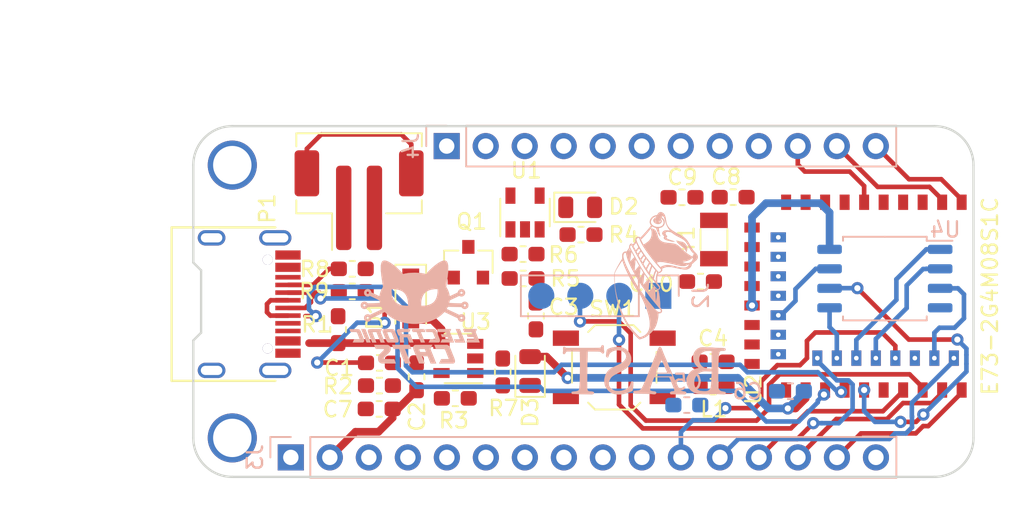
<source format=kicad_pcb>
(kicad_pcb (version 20171130) (host pcbnew "(5.1.4-0-10_14)")
  (layers (0 F.Cu signal) (31 B.Cu signal) (34 B.Paste user) (35 F.Paste user) (36 B.SilkS user hide) (37 F.SilkS user) (38 B.Mask user) (39 F.Mask user) (44 Edge.Cuts user))
  (net 0 "")
  (net 1 +BATT)
  (net 2 GND)
  (net 3 VBUS)
  (net 4 /TX)
  (net 5 /RX)
  (net 6 /MISO)
  (net 7 /MOSI)
  (net 8 /SCK)
  (net 9 /A5)
  (net 10 /A4)
  (net 11 /A3)
  (net 12 /A2)
  (net 13 /A1)
  (net 14 /A0)
  (net 15 +3V3)
  (net 16 /SDA)
  (net 17 /SCL)
  (net 18 /EN)
  (net 19 "Net-(C1-Pad1)")
  (net 20 /AREF)
  (net 21 "Net-(D2-Pad2)")
  (net 22 "Net-(D3-Pad1)")
  (net 23 "Net-(R3-Pad1)")
  (net 24 /LED)
  (net 25 /VBAT)
  (net 26 "Net-(R7-Pad2)")
  (net 27 "Net-(P1-PadA5)")
  (net 28 "Net-(P1-PadB5)")
  (net 29 "Net-(U1-Pad4)")
  (net 30 /QSPI_DATA3)
  (net 31 /QSPI_SCK)
  (net 32 /QSPI_DATA0)
  (net 33 /QSPI_DATA2)
  (net 34 /QSPI_DATA1)
  (net 35 /QSPI_CS)
  (net 36 /D5)
  (net 37 /D+)
  (net 38 /D6)
  (net 39 /D10)
  (net 40 /SWCLK)
  (net 41 /SWDIO)
  (net 42 /D-)
  (net 43 /RST)
  (net 44 /D13)
  (net 45 "Net-(L1-Pad2)")
  (net 46 /D11)
  (net 47 /D9)
  (net 48 /D12)
  (net 49 "Net-(C9-Pad1)")
  (net 50 "Net-(C10-Pad1)")
  (module Connectors_ElectronicCats:C393939 (layer F.Cu) (at 132.34 92.88 270)
    (fp_text reference P1 (at -6.23 0.52 90) (layer F.SilkS))
    (fp_text value USB_C_Plug_USB2.0)
    (pad B5 smd rect (at 1.75 -0.825 270) (size 0.3 1.65) (layers F.Cu F.Paste F.Mask) (net 28 "Net-(P1-PadB5)"))
    (pad B8 smd rect (at 1.25 -0.825 270) (size 0.3 1.65) (layers F.Cu F.Paste F.Mask))
    (pad A6 smd rect (at 0.75 -0.825 270) (size 0.3 1.65) (layers F.Cu F.Paste F.Mask) (net 37 /D+))
    (pad A7 smd rect (at 0.25 -0.825 270) (size 0.3 1.65) (layers F.Cu F.Paste F.Mask) (net 42 /D-))
    (pad A6 smd rect (at -0.25 -0.825 270) (size 0.3 1.65) (layers F.Cu F.Paste F.Mask) (net 37 /D+))
    (pad A7 smd rect (at -0.75 -0.825 270) (size 0.3 1.65) (layers F.Cu F.Paste F.Mask) (net 42 /D-))
    (pad A5 smd rect (at -1.25 -0.825 270) (size 0.3 1.65) (layers F.Cu F.Paste F.Mask) (net 27 "Net-(P1-PadA5)"))
    (pad A8 smd rect (at -1.75 -0.825 270) (size 0.3 1.65) (layers F.Cu F.Paste F.Mask))
    (pad A4 smd rect (at 2.4 -0.825 270) (size 0.6 1.65) (layers F.Cu F.Paste F.Mask) (net 3 VBUS))
    (pad A4 smd rect (at -2.4 -0.825 270) (size 0.6 1.65) (layers F.Cu F.Paste F.Mask) (net 3 VBUS))
    (pad A1 smd rect (at 3.2 -0.825 270) (size 0.6 1.65) (layers F.Cu F.Paste F.Mask) (net 2 GND))
    (pad A1 smd rect (at -3.2 -0.825 270) (size 0.6 1.65) (layers F.Cu F.Paste F.Mask) (net 2 GND))
    (pad "" thru_hole circle (at 2.89 0.5 270) (size 0.65 0.65) (drill 0.65) (layers *.Cu *.Mask))
    (pad "" thru_hole circle (at -2.89 0.5 270) (size 0.65 0.65) (drill 0.65) (layers *.Cu *.Mask))
    (pad S1 thru_hole oval (at 4.32 4.15 270) (size 1 1.8) (drill oval 0.6 1.4) (layers *.Cu *.Mask) (net 2 GND))
    (pad S1 thru_hole oval (at -4.32 4.15 270) (size 1 1.8) (drill oval 0.6 1.4) (layers *.Cu *.Mask) (net 2 GND))
    (pad S1 thru_hole oval (at 4.32 0 270) (size 1 2.1) (drill oval 0.6 1.7) (layers *.Cu *.Mask) (net 2 GND))
    (pad S1 thru_hole oval (at -4.32 0 270) (size 1 2.1) (drill oval 0.6 1.7) (layers *.Cu *.Mask) (net 2 GND))
  )
  (module Aesthetics:bast_8x8 (layer B.Cu) (at 156.36 92.73 180)
    (fp_text reference G*** hide)
    (fp_text value LOGO hide)
  )
  (module Aesthetics:electronic_cats_logo_8x6 (layer B.Cu) (at 141.41 93.4 180)
    (fp_text reference G*** hide)
    (fp_text value LOGO hide)
  )
  (module Rf:E73-2G4M08S1C-52840 (layer F.Cu) (at 163 92.36)
    (fp_text reference U2 (at 0.47 6.08 270) (layer F.SilkS))
    (fp_text value E73-2G4M08S1C)
    (fp_text user E73-2G4M08S1C (at 15.875 0 90) (layer F.SilkS))
    (pad 28 thru_hole rect (at 4.632 4.041) (size 0.65 1) (drill 0.3) (layers *.Cu *.Mask) (net 6 /MISO))
    (pad 10 smd rect (at 2.6 -6.119) (size 0.65 1) (layers F.Cu F.Paste F.Mask) (net 11 /A3))
    (pad 9 smd rect (at 3.87 -6.119) (size 0.65 1) (layers F.Cu F.Paste F.Mask) (net 20 /AREF))
    (pad 8 smd rect (at 5.14 -6.119) (size 0.65 1) (layers F.Cu F.Paste F.Mask) (net 9 /A5))
    (pad 7 smd rect (at 6.41 -6.119) (size 0.65 1) (layers F.Cu F.Paste F.Mask) (net 14 /A0))
    (pad 6 smd rect (at 7.68 -6.119) (size 0.65 1) (layers F.Cu F.Paste F.Mask) (net 36 /D5))
    (pad 5 smd rect (at 8.95 -6.119) (size 0.65 1) (layers F.Cu F.Paste F.Mask) (net 2 GND))
    (pad 4 smd rect (at 10.22 -6.119) (size 0.65 1) (layers F.Cu F.Paste F.Mask) (net 10 /A4))
    (pad 3 smd rect (at 11.49 -6.119) (size 0.65 1) (layers F.Cu F.Paste F.Mask) (net 13 /A1))
    (pad 2 smd rect (at 12.76 -6.119) (size 0.65 1) (layers F.Cu F.Paste F.Mask) (net 17 /SCL))
    (pad 1 smd rect (at 14.03 -6.119) (size 0.65 1) (layers F.Cu F.Paste F.Mask) (net 16 /SDA))
    (pad 31 smd rect (at 6.41 6.119) (size 0.65 1) (layers F.Cu F.Paste F.Mask) (net 37 /D+))
    (pad 43 smd rect (at 14.03 6.119) (size 0.65 1) (layers F.Cu F.Paste F.Mask) (net 4 /TX))
    (pad 33 smd rect (at 7.68 6.119) (size 0.65 1) (layers F.Cu F.Paste F.Mask) (net 31 /QSPI_SCK))
    (pad 41 smd rect (at 12.76 6.119) (size 0.65 1) (layers F.Cu F.Paste F.Mask) (net 5 /RX))
    (pad 39 smd rect (at 11.49 6.119) (size 0.65 1) (layers F.Cu F.Paste F.Mask) (net 40 /SWCLK))
    (pad 37 smd rect (at 10.22 6.119) (size 0.65 1) (layers F.Cu F.Paste F.Mask) (net 41 /SWDIO))
    (pad 29 smd rect (at 5.14 6.119) (size 0.65 1) (layers F.Cu F.Paste F.Mask) (net 42 /D-))
    (pad 35 smd rect (at 8.95 6.119) (size 0.65 1) (layers F.Cu F.Paste F.Mask) (net 24 /LED))
    (pad 27 smd rect (at 3.87 6.119) (size 0.65 1) (layers F.Cu F.Paste F.Mask) (net 3 VBUS))
    (pad 26 smd rect (at 2.6 6.119) (size 0.65 1) (layers F.Cu F.Paste F.Mask) (net 43 /RST))
    (pad 23 smd rect (at 0.381 3.15 90) (size 0.65 1) (layers F.Cu F.Paste F.Mask) (net 15 +3V3))
    (pad 11 smd rect (at 0.381 -4.47 90) (size 0.65 1) (layers F.Cu F.Paste F.Mask) (net 49 "Net-(C9-Pad1)"))
    (pad 21 smd rect (at 0.381 1.88 90) (size 0.65 1) (layers F.Cu F.Paste F.Mask) (net 2 GND))
    (pad 13 smd rect (at 0.381 -3.2 90) (size 0.65 1) (layers F.Cu F.Paste F.Mask) (net 50 "Net-(C10-Pad1)"))
    (pad 15 smd rect (at 0.381 -1.93 90) (size 0.65 1) (layers F.Cu F.Paste F.Mask) (net 12 /A2))
    (pad 17 smd rect (at 0.381 -0.66 90) (size 0.65 1) (layers F.Cu F.Paste F.Mask) (net 46 /D11))
    (pad 25 smd rect (at 0.381 4.42 90) (size 0.65 1) (layers F.Cu F.Paste F.Mask) (net 45 "Net-(L1-Pad2)"))
    (pad 19 smd rect (at 0.381 0.61 90) (size 0.65 1) (layers F.Cu F.Paste F.Mask) (net 15 +3V3))
    (pad 30 thru_hole rect (at 5.902 4.041) (size 0.65 1) (drill 0.3) (layers *.Cu *.Mask) (net 32 /QSPI_DATA0))
    (pad 32 thru_hole rect (at 7.172 4.041) (size 0.65 1) (drill 0.3) (layers *.Cu *.Mask) (net 35 /QSPI_CS))
    (pad 34 thru_hole rect (at 8.442 4.041) (size 0.65 1) (drill 0.3) (layers *.Cu *.Mask) (net 34 /QSPI_DATA1))
    (pad 36 thru_hole rect (at 9.712 4.041) (size 0.65 1) (drill 0.3) (layers *.Cu *.Mask) (net 8 /SCK))
    (pad 38 thru_hole rect (at 10.982 4.041) (size 0.65 1) (drill 0.3) (layers *.Cu *.Mask) (net 39 /D10))
    (pad 40 thru_hole rect (at 12.252 4.041) (size 0.65 1) (drill 0.3) (layers *.Cu *.Mask) (net 33 /QSPI_DATA2))
    (pad 42 thru_hole rect (at 13.522 4.041) (size 0.65 1) (drill 0.3) (layers *.Cu *.Mask) (net 7 /MOSI))
    (pad 14 thru_hole rect (at 2.092 -2.563 90) (size 0.65 1) (drill 0.3) (layers *.Cu *.Mask) (net 38 /D6))
    (pad 12 thru_hole rect (at 2.092 -3.833 90) (size 0.65 1) (drill 0.3) (layers *.Cu *.Mask) (net 25 /VBAT))
    (pad 20 thru_hole rect (at 2.092 1.247 90) (size 0.65 1) (drill 0.3) (layers *.Cu *.Mask) (net 30 /QSPI_DATA3))
    (pad 16 thru_hole rect (at 2.092 -1.293 90) (size 0.65 1) (drill 0.3) (layers *.Cu *.Mask) (net 48 /D12))
    (pad 22 thru_hole rect (at 2.092 2.517 90) (size 0.65 1) (drill 0.3) (layers *.Cu *.Mask) (net 44 /D13))
    (pad 24 thru_hole rect (at 2.092 3.787 90) (size 0.65 1) (drill 0.3) (layers *.Cu *.Mask) (net 2 GND))
    (pad 18 thru_hole rect (at 2.092 -0.023 90) (size 0.65 1) (drill 0.3) (layers *.Cu *.Mask) (net 47 /D9))
  )
  (module Connector_JST:JST_PH_B2B-PH-SM4-TB_1x02-1MP_P2.00mm_Vertical (layer F.Cu) (at 137.795 86.106)
    (fp_text reference J1 hide)
    (fp_text value Conn_Battery hide)
    (pad MP smd roundrect (at 3.4 -1.75) (size 1.6 3) (layers F.Cu F.Paste F.Mask) (roundrect_rratio 0.15625))
    (pad MP smd roundrect (at -3.4 -1.75) (size 1.6 3) (layers F.Cu F.Paste F.Mask) (roundrect_rratio 0.15625))
    (pad 2 smd roundrect (at 1 0.5) (size 1 5.5) (layers F.Cu F.Paste F.Mask) (net 1 +BATT))
    (pad 1 smd roundrect (at -1 0.5) (size 1 5.5) (layers F.Cu F.Paste F.Mask) (net 2 GND))
  )
  (module MountingHole:MountingHole_2.5mm_Pad (layer F.Cu) (at 129.54 83.82)
    (fp_text reference REF** hide)
    (fp_text value MountingHole_2.5mm_Pad hide)
    (pad "" thru_hole circle (at 0 0) (size 3.2 3.2) (drill 2.5) (layers *.Cu *.Mask))
  )
  (module MountingHole:MountingHole_2.5mm_Pad (layer F.Cu) (at 129.54 101.6)
    (fp_text reference REF** hide)
    (fp_text value MountingHole_2.5mm_Pad hide)
    (pad "" thru_hole circle (at 0 0) (size 3.2 3.2) (drill 2.5) (layers *.Cu *.Mask))
  )
  (module MountingHole:MountingHole_2.2mm_M2 (layer F.Cu) (at 175.26 102.235)
    (fp_text reference REF** hide)
    (fp_text value MountingHole_2.2mm_M2 hide)
    (pad 1 np_thru_hole circle (at 0 0) (size 2.2 2.2) (drill 2.2) (layers *.Cu *.Mask))
  )
  (module MountingHole:MountingHole_2.2mm_M2 (layer F.Cu) (at 175.26 83.185)
    (fp_text reference REF** hide)
    (fp_text value MountingHole_2.2mm_M2 hide)
    (pad 1 np_thru_hole circle (at 0 0) (size 2.2 2.2) (drill 2.2) (layers *.Cu *.Mask))
  )
  (module Connector_PinHeader_2.54mm:PinHeader_1x16_P2.54mm_Vertical (layer B.Cu) (at 133.35 102.87 270)
    (fp_text reference J3 (at 0 2.33 270) (layer B.SilkS) (effects (justify mirror)))
    (fp_text value Conn_left)
    (pad 1 thru_hole rect (at 0 0 270) (size 1.7 1.7) (drill 1) (layers *.Cu *.Mask) (net 43 /RST))
    (pad 2 thru_hole oval (at 0 -2.54 270) (size 1.7 1.7) (drill 1) (layers *.Cu *.Mask) (net 15 +3V3))
    (pad 3 thru_hole oval (at 0 -5.08 270) (size 1.7 1.7) (drill 1) (layers *.Cu *.Mask) (net 20 /AREF))
    (pad 4 thru_hole oval (at 0 -7.62 270) (size 1.7 1.7) (drill 1) (layers *.Cu *.Mask) (net 2 GND))
    (pad 5 thru_hole oval (at 0 -10.16 270) (size 1.7 1.7) (drill 1) (layers *.Cu *.Mask) (net 14 /A0))
    (pad 6 thru_hole oval (at 0 -12.7 270) (size 1.7 1.7) (drill 1) (layers *.Cu *.Mask) (net 13 /A1))
    (pad 7 thru_hole oval (at 0 -15.24 270) (size 1.7 1.7) (drill 1) (layers *.Cu *.Mask) (net 12 /A2))
    (pad 8 thru_hole oval (at 0 -17.78 270) (size 1.7 1.7) (drill 1) (layers *.Cu *.Mask) (net 11 /A3))
    (pad 9 thru_hole oval (at 0 -20.32 270) (size 1.7 1.7) (drill 1) (layers *.Cu *.Mask) (net 10 /A4))
    (pad 10 thru_hole oval (at 0 -22.86 270) (size 1.7 1.7) (drill 1) (layers *.Cu *.Mask) (net 9 /A5))
    (pad 11 thru_hole oval (at 0 -25.4 270) (size 1.7 1.7) (drill 1) (layers *.Cu *.Mask) (net 8 /SCK))
    (pad 12 thru_hole oval (at 0 -27.94 270) (size 1.7 1.7) (drill 1) (layers *.Cu *.Mask) (net 7 /MOSI))
    (pad 13 thru_hole oval (at 0 -30.48 270) (size 1.7 1.7) (drill 1) (layers *.Cu *.Mask) (net 6 /MISO))
    (pad 14 thru_hole oval (at 0 -33.02 270) (size 1.7 1.7) (drill 1) (layers *.Cu *.Mask) (net 5 /RX))
    (pad 15 thru_hole oval (at 0 -35.56 270) (size 1.7 1.7) (drill 1) (layers *.Cu *.Mask) (net 4 /TX))
    (pad 16 thru_hole oval (at 0 -38.1 270) (size 1.7 1.7) (drill 1) (layers *.Cu *.Mask) (net 2 GND))
  )
  (module Connector_PinHeader_2.54mm:PinHeader_1x12_P2.54mm_Vertical (layer B.Cu) (at 143.5 82.58 270)
    (fp_text reference J4 (at 0 2.33 270) (layer B.SilkS) (effects (justify mirror)))
    (fp_text value Conn_right)
    (pad 1 thru_hole rect (at 0 0 270) (size 1.7 1.7) (drill 1) (layers *.Cu *.Mask) (net 1 +BATT))
    (pad 2 thru_hole oval (at 0 -2.54 270) (size 1.7 1.7) (drill 1) (layers *.Cu *.Mask) (net 18 /EN))
    (pad 3 thru_hole oval (at 0 -5.08 270) (size 1.7 1.7) (drill 1) (layers *.Cu *.Mask) (net 3 VBUS))
    (pad 4 thru_hole oval (at 0 -7.62 270) (size 1.7 1.7) (drill 1) (layers *.Cu *.Mask) (net 44 /D13))
    (pad 5 thru_hole oval (at 0 -10.16 270) (size 1.7 1.7) (drill 1) (layers *.Cu *.Mask) (net 48 /D12))
    (pad 6 thru_hole oval (at 0 -12.7 270) (size 1.7 1.7) (drill 1) (layers *.Cu *.Mask) (net 46 /D11))
    (pad 7 thru_hole oval (at 0 -15.24 270) (size 1.7 1.7) (drill 1) (layers *.Cu *.Mask) (net 39 /D10))
    (pad 8 thru_hole oval (at 0 -17.78 270) (size 1.7 1.7) (drill 1) (layers *.Cu *.Mask) (net 47 /D9))
    (pad 9 thru_hole oval (at 0 -20.32 270) (size 1.7 1.7) (drill 1) (layers *.Cu *.Mask) (net 38 /D6))
    (pad 10 thru_hole oval (at 0 -22.86 270) (size 1.7 1.7) (drill 1) (layers *.Cu *.Mask) (net 36 /D5))
    (pad 11 thru_hole oval (at 0 -25.4 270) (size 1.7 1.7) (drill 1) (layers *.Cu *.Mask) (net 17 /SCL))
    (pad 12 thru_hole oval (at 0 -27.94 270) (size 1.7 1.7) (drill 1) (layers *.Cu *.Mask) (net 16 /SDA))
  )
  (module Capacitor_SMD:C_0603_1608Metric_Pad1.05x0.95mm_HandSolder (layer F.Cu) (at 139.12 96.71)
    (fp_text reference C1 (at -2.62 0.34) (layer F.SilkS))
    (fp_text value 10uF)
    (pad 2 smd roundrect (at 0.875 0) (size 1.05 0.95) (layers F.Cu F.Paste F.Mask) (net 2 GND))
    (pad 1 smd roundrect (at -0.875 0) (size 1.05 0.95) (layers F.Cu F.Paste F.Mask) (net 19 "Net-(C1-Pad1)"))
  )
  (module Capacitor_SMD:C_0603_1608Metric_Pad1.05x0.95mm_HandSolder (layer F.Cu) (at 141.54 97.615 90)
    (fp_text reference C2 (at -2.595 0.03 90) (layer F.SilkS))
    (fp_text value 10uF)
    (pad 2 smd roundrect (at 0.875 0 90) (size 1.05 0.95) (layers F.Cu F.Paste F.Mask) (net 2 GND))
    (pad 1 smd roundrect (at -0.875 0 90) (size 1.05 0.95) (layers F.Cu F.Paste F.Mask) (net 15 +3V3))
  )
  (module Capacitor_SMD:C_0603_1608Metric_Pad1.05x0.95mm_HandSolder (layer F.Cu) (at 149.31 93.65 270)
    (fp_text reference C3 (at -0.58 -1.81) (layer F.SilkS))
    (fp_text value 10uF)
    (pad 1 smd roundrect (at -0.875 0 270) (size 1.05 0.95) (layers F.Cu F.Paste F.Mask) (net 2 GND))
    (pad 2 smd roundrect (at 0.875 0 270) (size 1.05 0.95) (layers F.Cu F.Paste F.Mask) (net 1 +BATT))
  )
  (module Capacitor_SMD:C_0603_1608Metric_Pad1.05x0.95mm_HandSolder (layer F.Cu) (at 160.845 96.64)
    (fp_text reference C4 (at 0 -1.53) (layer F.SilkS))
    (fp_text value 0.1uF)
    (pad 1 smd roundrect (at -0.875 0) (size 1.05 0.95) (layers F.Cu F.Paste F.Mask) (net 15 +3V3))
    (pad 2 smd roundrect (at 0.875 0) (size 1.05 0.95) (layers F.Cu F.Paste F.Mask) (net 2 GND))
  )
  (module Capacitor_SMD:C_0603_1608Metric_Pad1.05x0.95mm_HandSolder (layer B.Cu) (at 159.135 99.46)
    (fp_text reference C5 (at 0.045 -1.5 180) (layer B.SilkS) (effects (justify mirror)))
    (fp_text value 0.1uF)
    (pad 2 smd roundrect (at 0.875 0) (size 1.05 0.95) (layers B.Cu B.Paste B.Mask) (net 2 GND))
    (pad 1 smd roundrect (at -0.875 0) (size 1.05 0.95) (layers B.Cu B.Paste B.Mask) (net 15 +3V3))
  )
  (module Capacitor_SMD:C_0603_1608Metric_Pad1.05x0.95mm_HandSolder (layer B.Cu) (at 165.88 98.56 180)
    (fp_text reference C6 (at 2.785 0) (layer B.SilkS) (effects (justify mirror)))
    (fp_text value 0.1uF)
    (pad 2 smd roundrect (at 0.875 0 180) (size 1.05 0.95) (layers B.Cu B.Paste B.Mask) (net 2 GND))
    (pad 1 smd roundrect (at -0.875 0 180) (size 1.05 0.95) (layers B.Cu B.Paste B.Mask) (net 3 VBUS))
  )
  (module Capacitor_SMD:C_0603_1608Metric_Pad1.05x0.95mm_HandSolder (layer F.Cu) (at 139.105 99.71 180)
    (fp_text reference C7 (at 2.7 -0.03) (layer F.SilkS))
    (fp_text value 0.1uF)
    (pad 2 smd roundrect (at 0.875 0 180) (size 1.05 0.95) (layers F.Cu F.Paste F.Mask) (net 2 GND))
    (pad 1 smd roundrect (at -0.875 0 180) (size 1.05 0.95) (layers F.Cu F.Paste F.Mask) (net 15 +3V3))
  )
  (module Capacitor_SMD:C_0603_1608Metric_Pad1.05x0.95mm_HandSolder (layer F.Cu) (at 162.15 85.91 180)
    (fp_text reference C8 (at 0.45 1.33 180) (layer F.SilkS))
    (fp_text value 0.1uF)
    (pad 1 smd roundrect (at -0.875 0 180) (size 1.05 0.95) (layers F.Cu F.Paste F.Mask) (net 20 /AREF))
    (pad 2 smd roundrect (at 0.875 0 180) (size 1.05 0.95) (layers F.Cu F.Paste F.Mask) (net 2 GND))
  )
  (module Capacitor_SMD:C_0603_1608Metric_Pad1.05x0.95mm_HandSolder (layer F.Cu) (at 158.82 85.92 180)
    (fp_text reference C9 (at -0.025 1.31) (layer F.SilkS))
    (fp_text value 22pF)
    (pad 2 smd roundrect (at 0.875 0 180) (size 1.05 0.95) (layers F.Cu F.Paste F.Mask) (net 2 GND))
    (pad 1 smd roundrect (at -0.875 0 180) (size 1.05 0.95) (layers F.Cu F.Paste F.Mask) (net 49 "Net-(C9-Pad1)"))
  )
  (module Capacitor_SMD:C_0603_1608Metric_Pad1.05x0.95mm_HandSolder (layer F.Cu) (at 160.025 91.41 180)
    (fp_text reference C10 (at 3.205 -0.15 180) (layer F.SilkS))
    (fp_text value 22pF)
    (pad 1 smd roundrect (at -0.875 0 180) (size 1.05 0.95) (layers F.Cu F.Paste F.Mask) (net 50 "Net-(C10-Pad1)"))
    (pad 2 smd roundrect (at 0.875 0 180) (size 1.05 0.95) (layers F.Cu F.Paste F.Mask) (net 2 GND))
  )
  (module Diode_SMD:D_SOD-123F (layer F.Cu) (at 141.16 92.51 270)
    (fp_text reference D1 (at 1.1 2.35 90) (layer F.SilkS))
    (fp_text value MBR120)
    (pad 1 smd rect (at -1.4 0 270) (size 1.1 1.1) (layers F.Cu F.Paste F.Mask) (net 19 "Net-(C1-Pad1)"))
    (pad 2 smd rect (at 1.4 0 270) (size 1.1 1.1) (layers F.Cu F.Paste F.Mask) (net 3 VBUS))
  )
  (module LED_SMD:LED_0805_2012Metric (layer F.Cu) (at 152.19 86.57)
    (fp_text reference D2 (at 2.83 -0.05) (layer F.SilkS))
    (fp_text value LED)
    (pad 1 smd roundrect (at -0.9375 0) (size 0.975 1.4) (layers F.Cu F.Paste F.Mask) (net 2 GND))
    (pad 2 smd roundrect (at 0.9375 0) (size 0.975 1.4) (layers F.Cu F.Paste F.Mask) (net 21 "Net-(D2-Pad2)"))
  )
  (module LED_SMD:LED_0805_2012Metric (layer F.Cu) (at 148.93 97.2425 90)
    (fp_text reference D3 (at -2.6975 0.01 90) (layer F.SilkS))
    (fp_text value LED)
    (pad 2 smd roundrect (at 0.9375 0 90) (size 0.975 1.4) (layers F.Cu F.Paste F.Mask) (net 3 VBUS))
    (pad 1 smd roundrect (at -0.9375 0 90) (size 0.975 1.4) (layers F.Cu F.Paste F.Mask) (net 22 "Net-(D3-Pad1)"))
  )
  (module Connector_PinSocket_2.54mm:PinSocket_1x04_P2.54mm_Vertical (layer B.Cu) (at 157.28 92.34 90)
    (fp_text reference J2 (at 0 2.77 90) (layer B.SilkS) (effects (justify mirror)))
    (fp_text value SWD)
    (pad 1 smd rect (at 0 0 90) (size 1.7 1.7) (layers B.Cu B.Paste B.Mask) (net 15 +3V3))
    (pad 2 smd oval (at 0 -2.54 90) (size 1.7 1.7) (layers B.Cu B.Paste B.Mask) (net 41 /SWDIO))
    (pad 3 smd oval (at 0 -5.08 90) (size 1.7 1.7) (layers B.Cu B.Paste B.Mask) (net 40 /SWCLK))
    (pad 4 smd oval (at 0 -7.62 90) (size 1.7 1.7) (layers B.Cu B.Paste B.Mask) (net 2 GND))
  )
  (module Inductor_SMD:L_0603_1608Metric_Pad1.05x0.95mm_HandSolder (layer F.Cu) (at 160.845 98.26)
    (fp_text reference L1 (at 0.045 1.47) (layer F.SilkS))
    (fp_text value 10uH)
    (pad 1 smd roundrect (at -0.875 0) (size 1.05 0.95) (layers F.Cu F.Paste F.Mask) (net 15 +3V3))
    (pad 2 smd roundrect (at 0.875 0) (size 1.05 0.95) (layers F.Cu F.Paste F.Mask) (net 45 "Net-(L1-Pad2)"))
  )
  (module Package_TO_SOT_SMD:SOT-23 (layer F.Cu) (at 144.91 90.15 90)
    (fp_text reference Q1 (at 2.65 0.21 180) (layer F.SilkS))
    (fp_text value DMG3415U-7)
    (pad 1 smd rect (at -1 -0.95 90) (size 0.9 0.8) (layers F.Cu F.Paste F.Mask) (net 19 "Net-(C1-Pad1)"))
    (pad 2 smd rect (at -1 0.95 90) (size 0.9 0.8) (layers F.Cu F.Paste F.Mask) (net 3 VBUS))
    (pad 3 smd rect (at 1 0 90) (size 0.9 0.8) (layers F.Cu F.Paste F.Mask) (net 1 +BATT))
  )
  (module Resistor_SMD:R_0603_1608Metric_Pad1.05x0.95mm_HandSolder (layer F.Cu) (at 136.43 94.545 90)
    (fp_text reference R1 (at 0.335 -1.42 180) (layer F.SilkS))
    (fp_text value 100K)
    (pad 2 smd roundrect (at 0.875 0 90) (size 1.05 0.95) (layers F.Cu F.Paste F.Mask) (net 2 GND))
    (pad 1 smd roundrect (at -0.875 0 90) (size 1.05 0.95) (layers F.Cu F.Paste F.Mask) (net 3 VBUS))
  )
  (module Resistor_SMD:R_0603_1608Metric_Pad1.05x0.95mm_HandSolder (layer F.Cu) (at 139.12 98.19)
    (fp_text reference R2 (at -2.705 0.04) (layer F.SilkS))
    (fp_text value 100K)
    (pad 1 smd roundrect (at -0.875 0) (size 1.05 0.95) (layers F.Cu F.Paste F.Mask) (net 19 "Net-(C1-Pad1)"))
    (pad 2 smd roundrect (at 0.875 0) (size 1.05 0.95) (layers F.Cu F.Paste F.Mask) (net 18 /EN))
  )
  (module Resistor_SMD:R_0603_1608Metric_Pad1.05x0.95mm_HandSolder (layer F.Cu) (at 144.06 99.02)
    (fp_text reference R3 (at -0.095 1.44) (layer F.SilkS))
    (fp_text value 4K7)
    (pad 2 smd roundrect (at 0.875 0) (size 1.05 0.95) (layers F.Cu F.Paste F.Mask) (net 2 GND))
    (pad 1 smd roundrect (at -0.875 0) (size 1.05 0.95) (layers F.Cu F.Paste F.Mask) (net 23 "Net-(R3-Pad1)"))
  )
  (module Resistor_SMD:R_0603_1608Metric_Pad1.05x0.95mm_HandSolder (layer F.Cu) (at 152.245 88.35)
    (fp_text reference R4 (at 2.775 0) (layer F.SilkS))
    (fp_text value 1K)
    (pad 2 smd roundrect (at 0.875 0) (size 1.05 0.95) (layers F.Cu F.Paste F.Mask) (net 21 "Net-(D2-Pad2)"))
    (pad 1 smd roundrect (at -0.875 0) (size 1.05 0.95) (layers F.Cu F.Paste F.Mask) (net 24 /LED))
  )
  (module Resistor_SMD:R_0603_1608Metric_Pad1.05x0.95mm_HandSolder (layer F.Cu) (at 148.473 91.208)
    (fp_text reference R5 (at 2.757 0.012) (layer F.SilkS))
    (fp_text value 100K)
    (pad 1 smd roundrect (at -0.875 0) (size 1.05 0.95) (layers F.Cu F.Paste F.Mask) (net 1 +BATT))
    (pad 2 smd roundrect (at 0.875 0) (size 1.05 0.95) (layers F.Cu F.Paste F.Mask) (net 25 /VBAT))
  )
  (module Resistor_SMD:R_0603_1608Metric_Pad1.05x0.95mm_HandSolder (layer F.Cu) (at 148.47 89.62 180)
    (fp_text reference R6 (at -2.63 -0.04) (layer F.SilkS))
    (fp_text value 100K)
    (pad 2 smd roundrect (at 0.875 0 180) (size 1.05 0.95) (layers F.Cu F.Paste F.Mask) (net 2 GND))
    (pad 1 smd roundrect (at -0.875 0 180) (size 1.05 0.95) (layers F.Cu F.Paste F.Mask) (net 25 /VBAT))
  )
  (module Resistor_SMD:R_0603_1608Metric_Pad1.05x0.95mm_HandSolder (layer F.Cu) (at 147.15 97.3 90)
    (fp_text reference R7 (at -2.36 0.04 180) (layer F.SilkS))
    (fp_text value 1K)
    (pad 1 smd roundrect (at -0.875 0 90) (size 1.05 0.95) (layers F.Cu F.Paste F.Mask) (net 22 "Net-(D3-Pad1)"))
    (pad 2 smd roundrect (at 0.875 0 90) (size 1.05 0.95) (layers F.Cu F.Paste F.Mask) (net 26 "Net-(R7-Pad2)"))
  )
  (module Resistor_SMD:R_0603_1608Metric_Pad1.05x0.95mm_HandSolder (layer F.Cu) (at 137.35 90.58 180)
    (fp_text reference R8 (at 2.44 -0.02) (layer F.SilkS))
    (fp_text value 5K1)
    (pad 1 smd roundrect (at -0.875 0 180) (size 1.05 0.95) (layers F.Cu F.Paste F.Mask) (net 2 GND))
    (pad 2 smd roundrect (at 0.875 0 180) (size 1.05 0.95) (layers F.Cu F.Paste F.Mask) (net 27 "Net-(P1-PadA5)"))
  )
  (module Resistor_SMD:R_0603_1608Metric_Pad1.05x0.95mm_HandSolder (layer F.Cu) (at 137.35 92.05 180)
    (fp_text reference R9 (at 2.48 0.01) (layer F.SilkS))
    (fp_text value 5K1)
    (pad 1 smd roundrect (at -0.875 0 180) (size 1.05 0.95) (layers F.Cu F.Paste F.Mask) (net 2 GND))
    (pad 2 smd roundrect (at 0.875 0 180) (size 1.05 0.95) (layers F.Cu F.Paste F.Mask) (net 28 "Net-(P1-PadB5)"))
  )
  (module Button_Switch_SMD:SW_SPST_TL3342 (layer F.Cu) (at 154.41 97)
    (fp_text reference SW1 (at -0.1 -3.8) (layer F.SilkS))
    (fp_text value RESET)
    (pad 1 smd rect (at -3.15 -1.9) (size 1.7 1) (layers F.Cu F.Paste F.Mask) (net 2 GND))
    (pad 1 smd rect (at 3.15 -1.9) (size 1.7 1) (layers F.Cu F.Paste F.Mask) (net 2 GND))
    (pad 2 smd rect (at -3.15 1.9) (size 1.7 1) (layers F.Cu F.Paste F.Mask) (net 43 /RST))
    (pad 2 smd rect (at 3.15 1.9) (size 1.7 1) (layers F.Cu F.Paste F.Mask) (net 43 /RST))
  )
  (module Package_TO_SOT_SMD:SOT-23-5 (layer F.Cu) (at 148.6 86.91 90)
    (fp_text reference U1 (at 2.74 0.08 180) (layer F.SilkS))
    (fp_text value AP2112K-3.3)
    (pad 1 smd rect (at -1.1 -0.95 90) (size 1.06 0.65) (layers F.Cu F.Paste F.Mask) (net 19 "Net-(C1-Pad1)"))
    (pad 2 smd rect (at -1.1 0 90) (size 1.06 0.65) (layers F.Cu F.Paste F.Mask) (net 2 GND))
    (pad 3 smd rect (at -1.1 0.95 90) (size 1.06 0.65) (layers F.Cu F.Paste F.Mask) (net 18 /EN))
    (pad 4 smd rect (at 1.1 0.95 90) (size 1.06 0.65) (layers F.Cu F.Paste F.Mask) (net 29 "Net-(U1-Pad4)"))
    (pad 5 smd rect (at 1.1 -0.95 90) (size 1.06 0.65) (layers F.Cu F.Paste F.Mask) (net 15 +3V3))
  )
  (module Package_TO_SOT_SMD:SOT-23-5 (layer F.Cu) (at 144.26 96.42 180)
    (fp_text reference U3 (at -1.12 2.39) (layer F.SilkS))
    (fp_text value MCP73831-2-OT)
    (pad 5 smd rect (at 1.1 -0.95 180) (size 1.06 0.65) (layers F.Cu F.Paste F.Mask) (net 23 "Net-(R3-Pad1)"))
    (pad 4 smd rect (at 1.1 0.95 180) (size 1.06 0.65) (layers F.Cu F.Paste F.Mask) (net 3 VBUS))
    (pad 3 smd rect (at -1.1 0.95 180) (size 1.06 0.65) (layers F.Cu F.Paste F.Mask) (net 1 +BATT))
    (pad 2 smd rect (at -1.1 0 180) (size 1.06 0.65) (layers F.Cu F.Paste F.Mask) (net 2 GND))
    (pad 1 smd rect (at -1.1 -0.95 180) (size 1.06 0.65) (layers F.Cu F.Paste F.Mask) (net 26 "Net-(R7-Pad2)"))
  )
  (module Package_SO:SOIC-8_5.23x5.23mm_P1.27mm (layer B.Cu) (at 172.03 91.215 180)
    (fp_text reference U4 (at -3.93 3.19) (layer B.SilkS) (effects (justify mirror)))
    (fp_text value W25Q32JVSS)
    (pad 1 smd roundrect (at -3.6 1.905 180) (size 1.6 0.6) (layers B.Cu B.Paste B.Mask) (net 35 /QSPI_CS))
    (pad 2 smd roundrect (at -3.6 0.635 180) (size 1.6 0.6) (layers B.Cu B.Paste B.Mask) (net 34 /QSPI_DATA1))
    (pad 3 smd roundrect (at -3.6 -0.635 180) (size 1.6 0.6) (layers B.Cu B.Paste B.Mask) (net 33 /QSPI_DATA2))
    (pad 4 smd roundrect (at -3.6 -1.905 180) (size 1.6 0.6) (layers B.Cu B.Paste B.Mask) (net 2 GND))
    (pad 5 smd roundrect (at 3.6 -1.905 180) (size 1.6 0.6) (layers B.Cu B.Paste B.Mask) (net 32 /QSPI_DATA0))
    (pad 6 smd roundrect (at 3.6 -0.635 180) (size 1.6 0.6) (layers B.Cu B.Paste B.Mask) (net 31 /QSPI_SCK))
    (pad 7 smd roundrect (at 3.6 0.635 180) (size 1.6 0.6) (layers B.Cu B.Paste B.Mask) (net 30 /QSPI_DATA3))
    (pad 8 smd roundrect (at 3.6 1.905 180) (size 1.6 0.6) (layers B.Cu B.Paste B.Mask) (net 15 +3V3))
  )
  (module Crystal:Crystal_SMD_3215-2Pin_3.2x1.5mm (layer F.Cu) (at 160.9 88.67 90)
    (fp_text reference Y1 (at -0.01 -1.78 270) (layer F.SilkS))
    (fp_text value 32Khz)
    (pad 1 smd rect (at 1.25 0 90) (size 1 1.8) (layers F.Cu F.Paste F.Mask) (net 49 "Net-(C9-Pad1)"))
    (pad 2 smd rect (at -1.25 0 90) (size 1 1.8) (layers F.Cu F.Paste F.Mask) (net 50 "Net-(C10-Pad1)"))
  )
  (gr_arc (start 129.54 101.6) (end 127 101.6) (angle -90) (layer Edge.Cuts) (width 0.15))
  (gr_line (start 127 95.25) (end 127 101.6) (layer Edge.Cuts) (width 0.15))
  (gr_line (start 127.508 94.742) (end 127 95.25) (layer Edge.Cuts) (width 0.15))
  (gr_line (start 127.508 90.678) (end 127.508 94.742) (layer Edge.Cuts) (width 0.15))
  (gr_line (start 127 90.17) (end 127.508 90.678) (layer Edge.Cuts) (width 0.15))
  (gr_line (start 127 83.82) (end 127 90.17) (layer Edge.Cuts) (width 0.15))
  (gr_arc (start 129.54 83.82) (end 129.54 81.28) (angle -90) (layer Edge.Cuts) (width 0.15))
  (gr_arc (start 175.26 101.6) (end 175.26 104.14) (angle -90) (layer Edge.Cuts) (width 0.15))
  (gr_line (start 175.26 81.28) (end 129.54 81.28) (layer Edge.Cuts) (width 0.15))
  (gr_arc (start 175.26 83.82) (end 177.8 83.82) (angle -90) (layer Edge.Cuts) (width 0.15))
  (gr_line (start 129.54 104.14) (end 175.26 104.14) (layer Edge.Cuts) (width 0.15))
  (gr_line (start 177.8 101.6) (end 177.8 83.82) (layer Edge.Cuts) (width 0.15))
  (segment (start 134.395 82.756) (end 135.331 81.82) (width 0.3) (layer F.Cu) (net 0))
  (segment (start 134.395 84.356) (end 134.395 82.756) (width 0.3) (layer F.Cu) (net 0))
  (segment (start 135.331 81.82) (end 140.55 81.82) (width 0.3) (layer F.Cu) (net 0))
  (segment (start 141.195 82.465) (end 141.195 84.356) (width 0.3) (layer F.Cu) (net 0))
  (segment (start 140.55 81.82) (end 141.195 82.465) (width 0.3) (layer F.Cu) (net 0))
  (segment (start 136.43 95.42) (end 134.540001 95.42) (width 0.5) (layer F.Cu) (net 3))
  (segment (start 143.11 95.42) (end 143.16 95.47) (width 0.5) (layer F.Cu) (net 3))
  (segment (start 136.43 95.42) (end 143.11 95.42) (width 0.5) (layer F.Cu) (net 3))
  (segment (start 141.16 93.91) (end 142.56 93.91) (width 0.5) (layer F.Cu) (net 3))
  (segment (start 143.16 94.51) (end 143.16 95.47) (width 0.5) (layer F.Cu) (net 3))
  (segment (start 142.56 93.91) (end 143.16 94.51) (width 0.5) (layer F.Cu) (net 3))
  (segment (start 166.215 99.679002) (end 165.71 99.679002) (width 0.5) (layer F.Cu) (net 3))
  (segment (start 166.87 99.024002) (end 166.215 99.679002) (width 0.5) (layer F.Cu) (net 3))
  (via (at 165.71 99.679002) (size 0.8) (drill 0.4) (layers F.Cu B.Cu) (net 3))
  (segment (start 166.87 98.479) (end 166.87 99.024002) (width 0.5) (layer F.Cu) (net 3))
  (segment (start 166.755 98.634002) (end 165.71 99.679002) (width 0.5) (layer B.Cu) (net 3))
  (segment (start 166.755 98.56) (end 166.755 98.634002) (width 0.5) (layer B.Cu) (net 3))
  (via (at 151.38 97.68498) (size 0.8) (drill 0.4) (layers F.Cu B.Cu) (net 3))
  (segment (start 150.00002 96.305) (end 150.980001 97.284981) (width 0.5) (layer F.Cu) (net 3))
  (segment (start 151.945685 97.68498) (end 151.38 97.68498) (width 0.5) (layer B.Cu) (net 3))
  (segment (start 165.71 99.679002) (end 164.448967 99.679002) (width 0.5) (layer B.Cu) (net 3))
  (segment (start 164.448967 99.679002) (end 162.454945 97.68498) (width 0.5) (layer B.Cu) (net 3))
  (segment (start 148.93 96.305) (end 150.00002 96.305) (width 0.5) (layer F.Cu) (net 3))
  (segment (start 162.454945 97.68498) (end 151.945685 97.68498) (width 0.5) (layer B.Cu) (net 3))
  (segment (start 150.980001 97.284981) (end 151.38 97.68498) (width 0.5) (layer F.Cu) (net 3))
  (segment (start 170.474168 101.305832) (end 174.043166 101.305832) (width 0.3) (layer F.Cu) (net 4))
  (segment (start 174.519981 100.829017) (end 174.854983 100.829017) (width 0.3) (layer F.Cu) (net 4))
  (segment (start 177.03 98.654) (end 177.03 98.479) (width 0.3) (layer F.Cu) (net 4))
  (segment (start 168.91 102.87) (end 170.474168 101.305832) (width 0.3) (layer F.Cu) (net 4))
  (segment (start 174.854983 100.829017) (end 177.03 98.654) (width 0.3) (layer F.Cu) (net 4))
  (segment (start 174.043166 101.305832) (end 174.519981 100.829017) (width 0.3) (layer F.Cu) (net 4))
  (segment (start 168.870011 100.369989) (end 172.171025 100.369989) (width 0.3) (layer F.Cu) (net 5))
  (segment (start 166.37 102.87) (end 168.870011 100.369989) (width 0.3) (layer F.Cu) (net 5))
  (segment (start 173.212011 99.329003) (end 175.084997 99.329003) (width 0.3) (layer F.Cu) (net 5))
  (segment (start 175.76 98.654) (end 175.76 98.479) (width 0.3) (layer F.Cu) (net 5))
  (segment (start 175.084997 99.329003) (end 175.76 98.654) (width 0.3) (layer F.Cu) (net 5))
  (segment (start 172.171025 100.369989) (end 173.212011 99.329003) (width 0.3) (layer F.Cu) (net 5))
  (segment (start 163.83 102.87) (end 165.030001 101.669999) (width 0.3) (layer F.Cu) (net 6))
  (segment (start 166.33399 101.669999) (end 166.965364 101.038625) (width 0.3) (layer F.Cu) (net 6))
  (via (at 167.365363 100.638626) (size 0.8) (drill 0.4) (layers F.Cu B.Cu) (net 6))
  (segment (start 167.632 96.401) (end 167.632 96.576) (width 0.3) (layer B.Cu) (net 6))
  (segment (start 167.632 96.576) (end 168.906 97.85) (width 0.3) (layer B.Cu) (net 6))
  (segment (start 169.929999 99.740003) (end 169.031376 100.638626) (width 0.3) (layer B.Cu) (net 6))
  (segment (start 169.929999 98.118999) (end 169.929999 99.740003) (width 0.3) (layer B.Cu) (net 6))
  (segment (start 169.661 97.85) (end 169.929999 98.118999) (width 0.3) (layer B.Cu) (net 6))
  (segment (start 165.030001 101.669999) (end 166.33399 101.669999) (width 0.3) (layer F.Cu) (net 6))
  (segment (start 167.931048 100.638626) (end 167.365363 100.638626) (width 0.3) (layer B.Cu) (net 6))
  (segment (start 168.906 97.85) (end 169.661 97.85) (width 0.3) (layer B.Cu) (net 6))
  (segment (start 166.965364 101.038625) (end 167.365363 100.638626) (width 0.3) (layer F.Cu) (net 6))
  (segment (start 169.031376 100.638626) (end 167.931048 100.638626) (width 0.3) (layer B.Cu) (net 6))
  (segment (start 173.786536 100.186506) (end 173.786536 99.311464) (width 0.3) (layer B.Cu) (net 7))
  (segment (start 161.29 102.87) (end 162.490001 101.669999) (width 0.3) (layer B.Cu) (net 7))
  (segment (start 172.321691 101.669999) (end 172.685858 101.305832) (width 0.3) (layer B.Cu) (net 7))
  (segment (start 172.685858 101.305832) (end 173.40586 101.305832) (width 0.3) (layer B.Cu) (net 7))
  (segment (start 173.79586 100.19583) (end 173.786536 100.186506) (width 0.3) (layer B.Cu) (net 7))
  (segment (start 162.490001 101.669999) (end 172.321691 101.669999) (width 0.3) (layer B.Cu) (net 7))
  (segment (start 173.79586 100.915832) (end 173.79586 100.19583) (width 0.3) (layer B.Cu) (net 7))
  (segment (start 173.786536 99.311464) (end 176.522 96.576) (width 0.3) (layer B.Cu) (net 7))
  (segment (start 176.522 96.576) (end 176.522 96.401) (width 0.3) (layer B.Cu) (net 7))
  (segment (start 173.40586 101.305832) (end 173.79586 100.915832) (width 0.3) (layer B.Cu) (net 7))
  (segment (start 172.712 95.601) (end 171.84 94.729) (width 0.3) (layer F.Cu) (net 8))
  (segment (start 172.712 96.401) (end 172.712 95.601) (width 0.3) (layer F.Cu) (net 8))
  (segment (start 171.84 94.729) (end 167.501 94.729) (width 0.3) (layer F.Cu) (net 8))
  (segment (start 166.956999 95.273001) (end 166.956999 96.403001) (width 0.3) (layer F.Cu) (net 8))
  (segment (start 167.501 94.729) (end 166.956999 95.273001) (width 0.3) (layer F.Cu) (net 8))
  (segment (start 166.956999 96.403001) (end 166.5 96.86) (width 0.3) (layer F.Cu) (net 8))
  (segment (start 166.5 96.86) (end 165.03 96.86) (width 0.3) (layer F.Cu) (net 8))
  (segment (start 165.03 96.86) (end 163.98 97.91) (width 0.3) (layer F.Cu) (net 8))
  (segment (start 163.98 97.91) (end 163.98 99.23) (width 0.3) (layer F.Cu) (net 8))
  (segment (start 163.98 99.23) (end 163.98 99.25) (width 0.3) (layer F.Cu) (net 8))
  (via (at 161.65 99.66) (size 0.8) (drill 0.4) (layers F.Cu B.Cu) (net 8))
  (segment (start 163.57 99.66) (end 161.65 99.66) (width 0.3) (layer F.Cu) (net 8))
  (segment (start 163.98 99.25) (end 163.57 99.66) (width 0.3) (layer F.Cu) (net 8))
  (segment (start 161.65 99.66) (end 160.86 100.45) (width 0.3) (layer B.Cu) (net 8))
  (segment (start 160.86 100.45) (end 159.52 100.45) (width 0.3) (layer B.Cu) (net 8))
  (segment (start 158.75 101.22) (end 158.75 102.87) (width 0.3) (layer B.Cu) (net 8))
  (segment (start 159.52 100.45) (end 158.75 101.22) (width 0.3) (layer B.Cu) (net 8))
  (segment (start 139.98 100.285) (end 139.065 101.2) (width 0.5) (layer F.Cu) (net 15))
  (segment (start 139.98 99.71) (end 139.98 100.285) (width 0.5) (layer F.Cu) (net 15))
  (segment (start 139.065 101.2) (end 137.56 101.2) (width 0.5) (layer F.Cu) (net 15))
  (segment (start 137.56 101.2) (end 135.89 102.87) (width 0.5) (layer F.Cu) (net 15))
  (segment (start 140.32 99.71) (end 141.54 98.49) (width 0.5) (layer F.Cu) (net 15))
  (segment (start 139.98 99.71) (end 140.32 99.71) (width 0.5) (layer F.Cu) (net 15))
  (segment (start 168.43 89.31) (end 168.43 86.91) (width 0.5) (layer B.Cu) (net 15))
  (segment (start 168.43 86.91) (end 167.82 86.3) (width 0.5) (layer B.Cu) (net 15))
  (via (at 163.381 92.97) (size 0.8) (drill 0.4) (layers F.Cu B.Cu) (net 15))
  (segment (start 163.381 87.209) (end 164.29 86.3) (width 0.5) (layer B.Cu) (net 15))
  (segment (start 163.381 92.97) (end 163.381 87.209) (width 0.5) (layer B.Cu) (net 15))
  (segment (start 167.82 86.3) (end 164.29 86.3) (width 0.5) (layer B.Cu) (net 15))
  (segment (start 171.44 82.58) (end 173.599989 84.739989) (width 0.3) (layer F.Cu) (net 16))
  (segment (start 173.599989 84.739989) (end 175.703989 84.739989) (width 0.3) (layer F.Cu) (net 16))
  (segment (start 175.703989 84.739989) (end 177.03 86.066) (width 0.3) (layer F.Cu) (net 16))
  (segment (start 177.03 86.066) (end 177.03 86.241) (width 0.3) (layer F.Cu) (net 16))
  (segment (start 171.56 85.24) (end 168.9 82.58) (width 0.3) (layer F.Cu) (net 17))
  (segment (start 174.934 85.24) (end 171.56 85.24) (width 0.3) (layer F.Cu) (net 17))
  (segment (start 175.76 86.066) (end 174.934 85.24) (width 0.3) (layer F.Cu) (net 17))
  (segment (start 175.76 86.241) (end 175.76 86.066) (width 0.3) (layer F.Cu) (net 17))
  (segment (start 143.92 91.11) (end 143.96 91.15) (width 0.3) (layer F.Cu) (net 19))
  (segment (start 141.16 91.11) (end 143.92 91.11) (width 0.3) (layer F.Cu) (net 19))
  (segment (start 140.31 91.11) (end 139.46 91.96) (width 0.3) (layer F.Cu) (net 19))
  (segment (start 141.16 91.11) (end 140.31 91.11) (width 0.3) (layer F.Cu) (net 19))
  (via (at 139.46 94.09) (size 0.8) (drill 0.4) (layers F.Cu B.Cu) (net 19))
  (segment (start 139.46 91.96) (end 139.46 94.09) (width 0.3) (layer F.Cu) (net 19))
  (via (at 135.07 96.69) (size 0.8) (drill 0.4) (layers F.Cu B.Cu) (net 19))
  (segment (start 138.225 96.69) (end 138.245 96.71) (width 0.3) (layer F.Cu) (net 19))
  (segment (start 135.07 96.69) (end 138.225 96.69) (width 0.3) (layer F.Cu) (net 19))
  (segment (start 135.469999 96.290001) (end 135.07 96.69) (width 0.3) (layer B.Cu) (net 19))
  (segment (start 139.46 94.09) (end 137.67 94.09) (width 0.3) (layer B.Cu) (net 19))
  (segment (start 137.67 94.09) (end 135.469999 96.290001) (width 0.3) (layer B.Cu) (net 19))
  (segment (start 134.39 91.63) (end 134.582931 91.63) (width 0.3) (layer F.Cu) (net 27))
  (segment (start 134.84 91.63) (end 134.39 91.63) (width 0.3) (layer F.Cu) (net 27))
  (segment (start 133.165 91.63) (end 134.39 91.63) (width 0.3) (layer F.Cu) (net 27))
  (segment (start 134.29 91.63) (end 133.165 91.63) (width 0.3) (layer F.Cu) (net 27))
  (segment (start 135.85 90.58) (end 134.8 91.63) (width 0.3) (layer F.Cu) (net 27))
  (segment (start 134.8 91.63) (end 134.29 91.63) (width 0.3) (layer F.Cu) (net 27))
  (segment (start 136.475 90.58) (end 135.85 90.58) (width 0.3) (layer F.Cu) (net 27))
  (segment (start 167.53 90.58) (end 166.209989 91.900011) (width 0.3) (layer B.Cu) (net 30))
  (segment (start 166.209989 92.664011) (end 165.267 93.607) (width 0.3) (layer B.Cu) (net 30))
  (segment (start 168.43 90.58) (end 167.53 90.58) (width 0.3) (layer B.Cu) (net 30))
  (segment (start 166.209989 91.900011) (end 166.209989 92.664011) (width 0.3) (layer B.Cu) (net 30))
  (segment (start 165.267 93.607) (end 165.092 93.607) (width 0.3) (layer B.Cu) (net 30))
  (via (at 170.68 98.479) (size 0.8) (drill 0.4) (layers F.Cu B.Cu) (net 31))
  (segment (start 174.059893 100.555831) (end 174.136714 100.47901) (width 0.3) (layer F.Cu) (net 31))
  (via (at 174.536713 100.079011) (size 0.8) (drill 0.4) (layers F.Cu B.Cu) (net 31))
  (segment (start 177.34 96.77) (end 177.34 97.275724) (width 0.3) (layer B.Cu) (net 31))
  (segment (start 173.045859 100.555831) (end 174.059893 100.555831) (width 0.3) (layer F.Cu) (net 31))
  (segment (start 174.136714 100.47901) (end 174.536713 100.079011) (width 0.3) (layer F.Cu) (net 31))
  (via (at 173.045859 100.555831) (size 0.8) (drill 0.4) (layers F.Cu B.Cu) (net 31))
  (segment (start 177.34 97.275724) (end 174.936712 99.679012) (width 0.3) (layer B.Cu) (net 31))
  (segment (start 174.936712 99.679012) (end 174.536713 100.079011) (width 0.3) (layer B.Cu) (net 31))
  (segment (start 173.045859 100.555831) (end 171.385831 100.555831) (width 0.3) (layer B.Cu) (net 31))
  (segment (start 170.68 99.85) (end 170.68 98.479) (width 0.3) (layer B.Cu) (net 31))
  (segment (start 171.385831 100.555831) (end 170.68 99.85) (width 0.3) (layer B.Cu) (net 31))
  (via (at 176.75 95.19) (size 0.8) (drill 0.4) (layers F.Cu B.Cu) (net 31))
  (via (at 170.24 91.84) (size 0.8) (drill 0.4) (layers F.Cu B.Cu) (net 31))
  (segment (start 173.59 95.19) (end 170.24 91.84) (width 0.3) (layer F.Cu) (net 31))
  (segment (start 176.75 95.19) (end 173.59 95.19) (width 0.3) (layer F.Cu) (net 31))
  (segment (start 168.44 91.84) (end 168.43 91.85) (width 0.3) (layer B.Cu) (net 31))
  (segment (start 170.24 91.84) (end 168.44 91.84) (width 0.3) (layer B.Cu) (net 31))
  (segment (start 177.34 95.78) (end 177.34 96.19) (width 0.3) (layer B.Cu) (net 31))
  (segment (start 176.75 95.19) (end 177.34 95.78) (width 0.3) (layer B.Cu) (net 31))
  (segment (start 177.34 96.77) (end 177.34 96.19) (width 0.3) (layer B.Cu) (net 31))
  (segment (start 168.902 96.401) (end 168.902 94.852) (width 0.3) (layer B.Cu) (net 32))
  (segment (start 168.43 94.38) (end 168.43 93.12) (width 0.3) (layer B.Cu) (net 32))
  (segment (start 168.902 94.852) (end 168.43 94.38) (width 0.3) (layer B.Cu) (net 32))
  (segment (start 175.252 96.401) (end 175.252 96.576) (width 0.3) (layer B.Cu) (net 33))
  (segment (start 175.63 91.85) (end 176.79 91.85) (width 0.3) (layer B.Cu) (net 33))
  (segment (start 176.79 91.85) (end 177.18 92.24) (width 0.3) (layer B.Cu) (net 33))
  (segment (start 177.18 92.24) (end 177.18 93.81) (width 0.3) (layer B.Cu) (net 33))
  (segment (start 177.18 93.81) (end 176.57 94.42) (width 0.3) (layer B.Cu) (net 33))
  (segment (start 176.57 94.42) (end 175.58 94.42) (width 0.3) (layer B.Cu) (net 33))
  (segment (start 175.252 94.748) (end 175.252 96.401) (width 0.3) (layer B.Cu) (net 33))
  (segment (start 175.58 94.42) (end 175.252 94.748) (width 0.3) (layer B.Cu) (net 33))
  (segment (start 174.52 90.59) (end 174.72 90.59) (width 0.3) (layer B.Cu) (net 34))
  (segment (start 173.45 91.66) (end 174.52 90.59) (width 0.3) (layer B.Cu) (net 34))
  (segment (start 173.45 93.14) (end 173.45 91.66) (width 0.3) (layer B.Cu) (net 34))
  (segment (start 174.73 90.58) (end 175.63 90.58) (width 0.3) (layer B.Cu) (net 34))
  (segment (start 171.442 95.148) (end 173.45 93.14) (width 0.3) (layer B.Cu) (net 34))
  (segment (start 174.72 90.59) (end 174.73 90.58) (width 0.3) (layer B.Cu) (net 34))
  (segment (start 171.442 96.401) (end 171.442 95.148) (width 0.3) (layer B.Cu) (net 34))
  (segment (start 174.73 89.31) (end 172.78 91.26) (width 0.3) (layer B.Cu) (net 35))
  (segment (start 175.63 89.31) (end 174.73 89.31) (width 0.3) (layer B.Cu) (net 35))
  (segment (start 172.78 91.26) (end 172.78 92.6) (width 0.3) (layer B.Cu) (net 35))
  (segment (start 170.172 95.208) (end 170.172 96.401) (width 0.3) (layer B.Cu) (net 35))
  (segment (start 172.78 92.6) (end 170.172 95.208) (width 0.3) (layer B.Cu) (net 35))
  (segment (start 166.36 83.782081) (end 166.817919 84.24) (width 0.3) (layer F.Cu) (net 36))
  (segment (start 166.36 82.58) (end 166.36 83.782081) (width 0.3) (layer F.Cu) (net 36))
  (segment (start 166.817919 84.24) (end 169.74 84.24) (width 0.3) (layer F.Cu) (net 36))
  (segment (start 170.68 85.18) (end 170.68 86.241) (width 0.3) (layer F.Cu) (net 36))
  (segment (start 169.74 84.24) (end 170.68 85.18) (width 0.3) (layer F.Cu) (net 36))
  (segment (start 132.04 92.63) (end 131.8 92.87) (width 0.3) (layer F.Cu) (net 37))
  (segment (start 133.165 92.63) (end 132.04 92.63) (width 0.3) (layer F.Cu) (net 37))
  (segment (start 131.8 92.87) (end 131.8 93.41) (width 0.3) (layer F.Cu) (net 37))
  (segment (start 132.02 93.63) (end 133.165 93.63) (width 0.3) (layer F.Cu) (net 37))
  (segment (start 131.8 93.41) (end 132.02 93.63) (width 0.3) (layer F.Cu) (net 37))
  (via (at 134.97 93.66) (size 0.8) (drill 0.4) (layers F.Cu B.Cu) (net 37))
  (segment (start 134.97 93.66) (end 134.300002 93.66) (width 0.3) (layer F.Cu) (net 37))
  (via (at 169.179989 98.60001) (size 0.8) (drill 0.4) (layers F.Cu B.Cu) (net 37))
  (segment (start 163.07993 97.32) (end 167.668878 97.32) (width 0.3) (layer B.Cu) (net 37))
  (segment (start 139.59712 91.759998) (end 140.850011 93.012889) (width 0.3) (layer B.Cu) (net 37))
  (segment (start 134.919998 91.759998) (end 139.59712 91.759998) (width 0.3) (layer B.Cu) (net 37))
  (segment (start 134.529998 92.149998) (end 134.919998 91.759998) (width 0.3) (layer B.Cu) (net 37))
  (segment (start 134.529998 93.219998) (end 134.529998 92.149998) (width 0.3) (layer B.Cu) (net 37))
  (segment (start 134.97 93.66) (end 134.529998 93.219998) (width 0.3) (layer B.Cu) (net 37))
  (segment (start 150.971998 96.834978) (end 162.594908 96.834978) (width 0.3) (layer B.Cu) (net 37))
  (segment (start 140.850011 96.900011) (end 141.27 97.32) (width 0.3) (layer B.Cu) (net 37))
  (segment (start 150.486976 97.32) (end 150.971998 96.834978) (width 0.3) (layer B.Cu) (net 37))
  (segment (start 168.948888 98.60001) (end 169.179989 98.60001) (width 0.3) (layer B.Cu) (net 37))
  (segment (start 167.668878 97.32) (end 168.948888 98.60001) (width 0.3) (layer B.Cu) (net 37))
  (segment (start 141.27 97.32) (end 150.486976 97.32) (width 0.3) (layer B.Cu) (net 37))
  (segment (start 140.850011 93.012889) (end 140.850011 96.900011) (width 0.3) (layer B.Cu) (net 37))
  (segment (start 162.594908 96.834978) (end 163.07993 97.32) (width 0.3) (layer B.Cu) (net 37))
  (via (at 152.180105 94.004108) (size 0.8) (drill 0.4) (layers F.Cu B.Cu) (net 40))
  (segment (start 152.180105 92.359895) (end 152.2 92.34) (width 0.3) (layer B.Cu) (net 40))
  (segment (start 152.180105 94.004108) (end 152.180105 92.359895) (width 0.3) (layer B.Cu) (net 40))
  (segment (start 152.74579 94.004108) (end 152.180105 94.004108) (width 0.3) (layer F.Cu) (net 40))
  (segment (start 154.694108 94.004108) (end 152.74579 94.004108) (width 0.3) (layer F.Cu) (net 40))
  (segment (start 164.49 99.66) (end 163.68 100.47) (width 0.3) (layer F.Cu) (net 40))
  (segment (start 163.68 100.47) (end 156.47 100.47) (width 0.3) (layer F.Cu) (net 40))
  (segment (start 155.48 99.48) (end 155.48 94.79) (width 0.3) (layer F.Cu) (net 40))
  (segment (start 165.168997 97.455001) (end 164.49 98.133998) (width 0.3) (layer F.Cu) (net 40))
  (segment (start 155.48 94.79) (end 154.694108 94.004108) (width 0.3) (layer F.Cu) (net 40))
  (segment (start 173.641001 97.455001) (end 165.168997 97.455001) (width 0.3) (layer F.Cu) (net 40))
  (segment (start 164.49 98.133998) (end 164.49 99.66) (width 0.3) (layer F.Cu) (net 40))
  (segment (start 174.49 98.479) (end 174.49 98.304) (width 0.3) (layer F.Cu) (net 40))
  (segment (start 174.49 98.304) (end 173.641001 97.455001) (width 0.3) (layer F.Cu) (net 40))
  (segment (start 156.47 100.47) (end 155.48 99.48) (width 0.3) (layer F.Cu) (net 40))
  (via (at 154.72 95.21) (size 0.8) (drill 0.4) (layers F.Cu B.Cu) (net 41))
  (segment (start 154.72 92.36) (end 154.74 92.34) (width 0.3) (layer B.Cu) (net 41))
  (segment (start 154.72 95.21) (end 154.72 92.36) (width 0.3) (layer B.Cu) (net 41))
  (segment (start 154.72 99.427122) (end 154.72 95.775685) (width 0.3) (layer F.Cu) (net 41))
  (segment (start 167.029322 99.86) (end 165.909322 100.98) (width 0.3) (layer F.Cu) (net 41))
  (segment (start 173.22 98.479) (end 173.22 98.544076) (width 0.3) (layer F.Cu) (net 41))
  (segment (start 165.909322 100.98) (end 156.272878 100.98) (width 0.3) (layer F.Cu) (net 41))
  (segment (start 156.272878 100.98) (end 154.72 99.427122) (width 0.3) (layer F.Cu) (net 41))
  (segment (start 173.22 98.544076) (end 171.904076 99.86) (width 0.3) (layer F.Cu) (net 41))
  (segment (start 171.904076 99.86) (end 167.029322 99.86) (width 0.3) (layer F.Cu) (net 41))
  (segment (start 154.72 95.775685) (end 154.72 95.21) (width 0.3) (layer F.Cu) (net 41))
  (via (at 135.28 92.51) (size 0.8) (drill 0.4) (layers F.Cu B.Cu) (net 42))
  (segment (start 135.28 92.51) (end 135.28 92.21) (width 0.3) (layer F.Cu) (net 42))
  (segment (start 135.28 92.21) (end 135.2 92.13) (width 0.3) (layer F.Cu) (net 42))
  (segment (start 133.165 93.13) (end 134.29 93.13) (width 0.3) (layer F.Cu) (net 42))
  (segment (start 134.29 93.13) (end 134.66 92.76) (width 0.3) (layer F.Cu) (net 42))
  (segment (start 134.39 92.13) (end 134.66 92.4) (width 0.3) (layer F.Cu) (net 42))
  (segment (start 134.37 92.13) (end 134.39 92.13) (width 0.3) (layer F.Cu) (net 42))
  (segment (start 134.66 92.76) (end 134.66 92.4) (width 0.3) (layer F.Cu) (net 42))
  (segment (start 134.66 92.13) (end 134.37 92.13) (width 0.3) (layer F.Cu) (net 42))
  (segment (start 134.66 92.4) (end 134.66 92.13) (width 0.3) (layer F.Cu) (net 42))
  (segment (start 134.37 92.13) (end 133.165 92.13) (width 0.3) (layer F.Cu) (net 42))
  (segment (start 134.66 92.4) (end 134.75 92.4) (width 0.3) (layer F.Cu) (net 42))
  (segment (start 135.02 92.13) (end 134.66 92.13) (width 0.3) (layer F.Cu) (net 42))
  (segment (start 134.75 92.4) (end 135.02 92.13) (width 0.3) (layer F.Cu) (net 42))
  (segment (start 135.2 92.13) (end 135.02 92.13) (width 0.3) (layer F.Cu) (net 42))
  (via (at 168.062205 98.774003) (size 0.8) (drill 0.4) (layers F.Cu B.Cu) (net 42))
  (segment (start 135.845685 92.51) (end 135.28 92.51) (width 0.3) (layer B.Cu) (net 42))
  (segment (start 140.29999 97.057112) (end 140.29999 93.49999) (width 0.3) (layer B.Cu) (net 42))
  (segment (start 149.56 98.27) (end 141.512878 98.27) (width 0.3) (layer B.Cu) (net 42))
  (segment (start 149.82499 98.53499) (end 149.56 98.27) (width 0.3) (layer B.Cu) (net 42))
  (segment (start 162.31499 98.53499) (end 149.82499 98.53499) (width 0.3) (layer B.Cu) (net 42))
  (segment (start 168.062205 98.774003) (end 167.662206 99.174002) (width 0.3) (layer B.Cu) (net 42))
  (segment (start 167.662206 99.281107) (end 166.41431 100.529003) (width 0.3) (layer B.Cu) (net 42))
  (segment (start 139.31 92.51) (end 135.845685 92.51) (width 0.3) (layer B.Cu) (net 42))
  (segment (start 164.309003 100.529003) (end 162.31499 98.53499) (width 0.3) (layer B.Cu) (net 42))
  (segment (start 167.662206 99.174002) (end 167.662206 99.281107) (width 0.3) (layer B.Cu) (net 42))
  (segment (start 140.29999 93.49999) (end 139.31 92.51) (width 0.3) (layer B.Cu) (net 42))
  (segment (start 166.41431 100.529003) (end 164.309003 100.529003) (width 0.3) (layer B.Cu) (net 42))
  (segment (start 141.512878 98.27) (end 140.29999 97.057112) (width 0.3) (layer B.Cu) (net 42))
)
</source>
